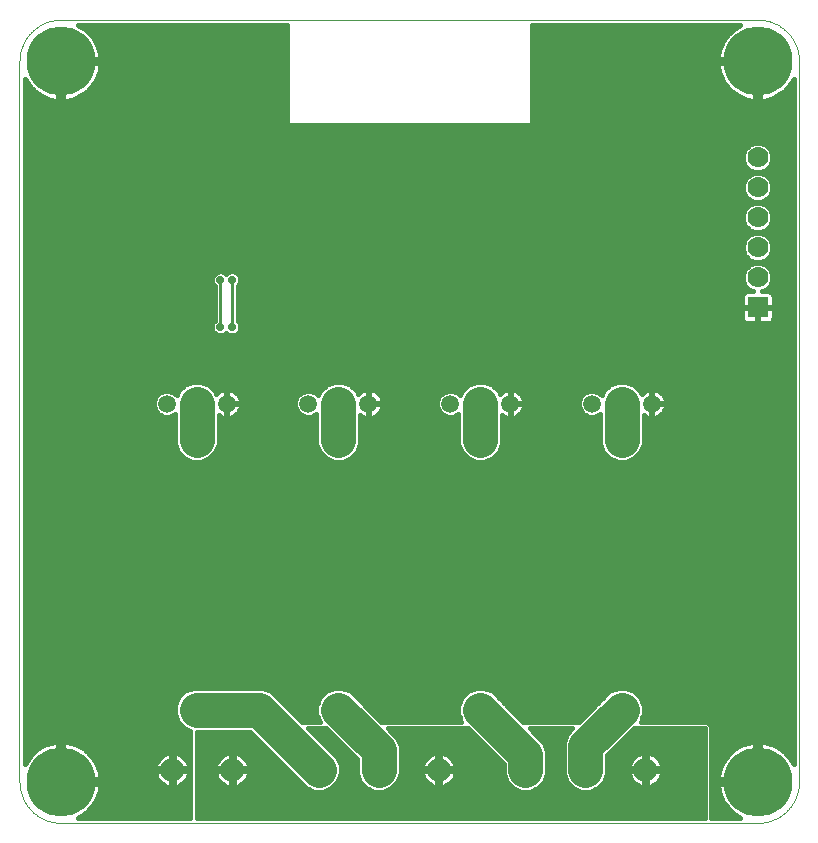
<source format=gbl>
G75*
%MOIN*%
%OFA0B0*%
%FSLAX25Y25*%
%IPPOS*%
%LPD*%
%AMOC8*
5,1,8,0,0,1.08239X$1,22.5*
%
%ADD10C,0.00000*%
%ADD11C,0.10000*%
%ADD12C,0.23000*%
%ADD13C,0.07874*%
%ADD14C,0.05906*%
%ADD15R,0.07000X0.07000*%
%ADD16C,0.07000*%
%ADD17C,0.02775*%
%ADD18C,0.01600*%
%ADD19C,0.01000*%
%ADD20C,0.11811*%
D10*
X0024622Y0016411D02*
X0256906Y0016411D01*
X0256906Y0016410D02*
X0257239Y0016414D01*
X0257572Y0016426D01*
X0257904Y0016446D01*
X0258236Y0016474D01*
X0258567Y0016510D01*
X0258897Y0016555D01*
X0259226Y0016607D01*
X0259554Y0016667D01*
X0259880Y0016735D01*
X0260204Y0016810D01*
X0260526Y0016894D01*
X0260846Y0016985D01*
X0261164Y0017084D01*
X0261480Y0017191D01*
X0261792Y0017305D01*
X0262102Y0017427D01*
X0262409Y0017557D01*
X0262713Y0017693D01*
X0263013Y0017837D01*
X0263310Y0017988D01*
X0263603Y0018147D01*
X0263892Y0018312D01*
X0264177Y0018484D01*
X0264458Y0018663D01*
X0264734Y0018849D01*
X0265006Y0019042D01*
X0265273Y0019241D01*
X0265535Y0019446D01*
X0265792Y0019658D01*
X0266044Y0019876D01*
X0266290Y0020099D01*
X0266531Y0020329D01*
X0266767Y0020565D01*
X0266997Y0020806D01*
X0267220Y0021052D01*
X0267438Y0021304D01*
X0267650Y0021561D01*
X0267855Y0021823D01*
X0268054Y0022090D01*
X0268247Y0022362D01*
X0268433Y0022638D01*
X0268612Y0022919D01*
X0268784Y0023204D01*
X0268949Y0023493D01*
X0269108Y0023786D01*
X0269259Y0024083D01*
X0269403Y0024383D01*
X0269539Y0024687D01*
X0269669Y0024994D01*
X0269791Y0025304D01*
X0269905Y0025616D01*
X0270012Y0025932D01*
X0270111Y0026250D01*
X0270202Y0026570D01*
X0270286Y0026892D01*
X0270361Y0027216D01*
X0270429Y0027542D01*
X0270489Y0027870D01*
X0270541Y0028199D01*
X0270586Y0028529D01*
X0270622Y0028860D01*
X0270650Y0029192D01*
X0270670Y0029524D01*
X0270682Y0029857D01*
X0270686Y0030190D01*
X0270685Y0030190D02*
X0270685Y0270348D01*
X0270686Y0270348D02*
X0270682Y0270681D01*
X0270670Y0271014D01*
X0270650Y0271346D01*
X0270622Y0271678D01*
X0270586Y0272009D01*
X0270541Y0272339D01*
X0270489Y0272668D01*
X0270429Y0272996D01*
X0270361Y0273322D01*
X0270286Y0273646D01*
X0270202Y0273968D01*
X0270111Y0274288D01*
X0270012Y0274606D01*
X0269905Y0274922D01*
X0269791Y0275234D01*
X0269669Y0275544D01*
X0269539Y0275851D01*
X0269403Y0276155D01*
X0269259Y0276455D01*
X0269108Y0276752D01*
X0268949Y0277045D01*
X0268784Y0277334D01*
X0268612Y0277619D01*
X0268433Y0277900D01*
X0268247Y0278176D01*
X0268054Y0278448D01*
X0267855Y0278715D01*
X0267650Y0278977D01*
X0267438Y0279234D01*
X0267220Y0279486D01*
X0266997Y0279732D01*
X0266767Y0279973D01*
X0266531Y0280209D01*
X0266290Y0280439D01*
X0266044Y0280662D01*
X0265792Y0280880D01*
X0265535Y0281092D01*
X0265273Y0281297D01*
X0265006Y0281496D01*
X0264734Y0281689D01*
X0264458Y0281875D01*
X0264177Y0282054D01*
X0263892Y0282226D01*
X0263603Y0282391D01*
X0263310Y0282550D01*
X0263013Y0282701D01*
X0262713Y0282845D01*
X0262409Y0282981D01*
X0262102Y0283111D01*
X0261792Y0283233D01*
X0261480Y0283347D01*
X0261164Y0283454D01*
X0260846Y0283553D01*
X0260526Y0283644D01*
X0260204Y0283728D01*
X0259880Y0283803D01*
X0259554Y0283871D01*
X0259226Y0283931D01*
X0258897Y0283983D01*
X0258567Y0284028D01*
X0258236Y0284064D01*
X0257904Y0284092D01*
X0257572Y0284112D01*
X0257239Y0284124D01*
X0256906Y0284128D01*
X0256906Y0284127D02*
X0024622Y0284127D01*
X0024622Y0284128D02*
X0024289Y0284124D01*
X0023956Y0284112D01*
X0023624Y0284092D01*
X0023292Y0284064D01*
X0022961Y0284028D01*
X0022631Y0283983D01*
X0022302Y0283931D01*
X0021974Y0283871D01*
X0021648Y0283803D01*
X0021324Y0283728D01*
X0021002Y0283644D01*
X0020682Y0283553D01*
X0020364Y0283454D01*
X0020048Y0283347D01*
X0019736Y0283233D01*
X0019426Y0283111D01*
X0019119Y0282981D01*
X0018815Y0282845D01*
X0018515Y0282701D01*
X0018218Y0282550D01*
X0017925Y0282391D01*
X0017636Y0282226D01*
X0017351Y0282054D01*
X0017070Y0281875D01*
X0016794Y0281689D01*
X0016522Y0281496D01*
X0016255Y0281297D01*
X0015993Y0281092D01*
X0015736Y0280880D01*
X0015484Y0280662D01*
X0015238Y0280439D01*
X0014997Y0280209D01*
X0014761Y0279973D01*
X0014531Y0279732D01*
X0014308Y0279486D01*
X0014090Y0279234D01*
X0013878Y0278977D01*
X0013673Y0278715D01*
X0013474Y0278448D01*
X0013281Y0278176D01*
X0013095Y0277900D01*
X0012916Y0277619D01*
X0012744Y0277334D01*
X0012579Y0277045D01*
X0012420Y0276752D01*
X0012269Y0276455D01*
X0012125Y0276155D01*
X0011989Y0275851D01*
X0011859Y0275544D01*
X0011737Y0275234D01*
X0011623Y0274922D01*
X0011516Y0274606D01*
X0011417Y0274288D01*
X0011326Y0273968D01*
X0011242Y0273646D01*
X0011167Y0273322D01*
X0011099Y0272996D01*
X0011039Y0272668D01*
X0010987Y0272339D01*
X0010942Y0272009D01*
X0010906Y0271678D01*
X0010878Y0271346D01*
X0010858Y0271014D01*
X0010846Y0270681D01*
X0010842Y0270348D01*
X0010843Y0270348D02*
X0010843Y0030190D01*
X0010842Y0030190D02*
X0010846Y0029857D01*
X0010858Y0029524D01*
X0010878Y0029192D01*
X0010906Y0028860D01*
X0010942Y0028529D01*
X0010987Y0028199D01*
X0011039Y0027870D01*
X0011099Y0027542D01*
X0011167Y0027216D01*
X0011242Y0026892D01*
X0011326Y0026570D01*
X0011417Y0026250D01*
X0011516Y0025932D01*
X0011623Y0025616D01*
X0011737Y0025304D01*
X0011859Y0024994D01*
X0011989Y0024687D01*
X0012125Y0024383D01*
X0012269Y0024083D01*
X0012420Y0023786D01*
X0012579Y0023493D01*
X0012744Y0023204D01*
X0012916Y0022919D01*
X0013095Y0022638D01*
X0013281Y0022362D01*
X0013474Y0022090D01*
X0013673Y0021823D01*
X0013878Y0021561D01*
X0014090Y0021304D01*
X0014308Y0021052D01*
X0014531Y0020806D01*
X0014761Y0020565D01*
X0014997Y0020329D01*
X0015238Y0020099D01*
X0015484Y0019876D01*
X0015736Y0019658D01*
X0015993Y0019446D01*
X0016255Y0019241D01*
X0016522Y0019042D01*
X0016794Y0018849D01*
X0017070Y0018663D01*
X0017351Y0018484D01*
X0017636Y0018312D01*
X0017925Y0018147D01*
X0018218Y0017988D01*
X0018515Y0017837D01*
X0018815Y0017693D01*
X0019119Y0017557D01*
X0019426Y0017427D01*
X0019736Y0017305D01*
X0020048Y0017191D01*
X0020364Y0017084D01*
X0020682Y0016985D01*
X0021002Y0016894D01*
X0021324Y0016810D01*
X0021648Y0016735D01*
X0021974Y0016667D01*
X0022302Y0016607D01*
X0022631Y0016555D01*
X0022961Y0016510D01*
X0023292Y0016474D01*
X0023624Y0016446D01*
X0023956Y0016426D01*
X0024289Y0016414D01*
X0024622Y0016410D01*
D11*
X0069898Y0054088D03*
X0117142Y0054088D03*
X0164386Y0054088D03*
X0211630Y0054088D03*
X0211630Y0144088D03*
X0164386Y0144088D03*
X0117142Y0144088D03*
X0069898Y0144088D03*
D12*
X0024622Y0030190D03*
X0024622Y0270348D03*
X0256906Y0270348D03*
X0256906Y0030190D03*
D13*
X0219504Y0034127D03*
X0199504Y0034127D03*
X0179504Y0034127D03*
X0150606Y0034127D03*
X0130606Y0034127D03*
X0110606Y0034127D03*
X0081709Y0034127D03*
X0061709Y0034127D03*
D14*
X0059898Y0156174D03*
X0069898Y0156174D03*
X0079898Y0156174D03*
X0107142Y0156174D03*
X0117142Y0156174D03*
X0127142Y0156174D03*
X0154386Y0156174D03*
X0164386Y0156174D03*
X0174386Y0156174D03*
X0201630Y0156174D03*
X0211630Y0156174D03*
X0221630Y0156174D03*
D15*
X0256906Y0188261D03*
D16*
X0256906Y0198261D03*
X0256906Y0208261D03*
X0256906Y0218261D03*
X0256906Y0228261D03*
X0256906Y0238261D03*
D17*
X0209661Y0268379D03*
X0195882Y0232946D03*
X0195882Y0217198D03*
X0195882Y0193576D03*
X0178165Y0193576D03*
X0172260Y0189639D03*
X0166354Y0193576D03*
X0089583Y0179796D03*
X0081709Y0181765D03*
X0077772Y0181765D03*
X0077772Y0197513D03*
X0081709Y0197513D03*
X0085646Y0197513D03*
X0085646Y0221135D03*
X0071866Y0252631D03*
X0052181Y0203418D03*
X0046276Y0199481D03*
X0026591Y0124678D03*
X0034465Y0079403D03*
D18*
X0012643Y0078752D02*
X0268885Y0078752D01*
X0268885Y0077154D02*
X0012643Y0077154D01*
X0012643Y0075555D02*
X0268885Y0075555D01*
X0268885Y0073957D02*
X0012643Y0073957D01*
X0012643Y0072358D02*
X0268885Y0072358D01*
X0268885Y0070760D02*
X0012643Y0070760D01*
X0012643Y0069161D02*
X0268885Y0069161D01*
X0268885Y0067563D02*
X0012643Y0067563D01*
X0012643Y0065964D02*
X0268885Y0065964D01*
X0268885Y0064366D02*
X0012643Y0064366D01*
X0012643Y0062767D02*
X0268885Y0062767D01*
X0268885Y0061169D02*
X0213625Y0061169D01*
X0213083Y0061393D02*
X0210177Y0061393D01*
X0207492Y0060281D01*
X0197317Y0050107D01*
X0178698Y0050107D01*
X0168524Y0060281D01*
X0165839Y0061393D01*
X0162933Y0061393D01*
X0160248Y0060281D01*
X0158193Y0058226D01*
X0157080Y0055541D01*
X0157080Y0052635D01*
X0158127Y0050107D01*
X0131454Y0050107D01*
X0121280Y0060281D01*
X0118595Y0061393D01*
X0115689Y0061393D01*
X0113003Y0060281D01*
X0110948Y0058226D01*
X0109836Y0055541D01*
X0109836Y0052635D01*
X0110883Y0050107D01*
X0104958Y0050107D01*
X0094784Y0060281D01*
X0092099Y0061393D01*
X0068444Y0061393D01*
X0065759Y0060281D01*
X0063704Y0058226D01*
X0062592Y0055541D01*
X0062592Y0052635D01*
X0063704Y0049949D01*
X0065759Y0047894D01*
X0067698Y0047092D01*
X0067698Y0018211D01*
X0030424Y0018211D01*
X0031468Y0018769D01*
X0032554Y0019495D01*
X0033565Y0020324D01*
X0034489Y0021248D01*
X0035318Y0022258D01*
X0036044Y0023344D01*
X0036660Y0024497D01*
X0037160Y0025704D01*
X0037539Y0026955D01*
X0037794Y0028236D01*
X0037908Y0029390D01*
X0025422Y0029390D01*
X0025422Y0030990D01*
X0037908Y0030990D01*
X0037794Y0032144D01*
X0037539Y0033426D01*
X0037160Y0034676D01*
X0036660Y0035883D01*
X0036044Y0037036D01*
X0035318Y0038122D01*
X0034489Y0039133D01*
X0033565Y0040057D01*
X0032554Y0040886D01*
X0031468Y0041612D01*
X0030315Y0042228D01*
X0029108Y0042728D01*
X0027858Y0043107D01*
X0026576Y0043362D01*
X0025422Y0043476D01*
X0025422Y0030990D01*
X0023822Y0030990D01*
X0023822Y0043476D01*
X0022668Y0043362D01*
X0021387Y0043107D01*
X0020136Y0042728D01*
X0018929Y0042228D01*
X0017776Y0041612D01*
X0016690Y0040886D01*
X0015680Y0040057D01*
X0014756Y0039133D01*
X0013927Y0038122D01*
X0013200Y0037036D01*
X0012643Y0035992D01*
X0012643Y0264546D01*
X0013200Y0263502D01*
X0013927Y0262415D01*
X0014756Y0261405D01*
X0015680Y0260481D01*
X0016690Y0259652D01*
X0017776Y0258926D01*
X0018929Y0258310D01*
X0020136Y0257810D01*
X0021387Y0257431D01*
X0022668Y0257176D01*
X0023822Y0257062D01*
X0023822Y0269547D01*
X0025422Y0269547D01*
X0025422Y0257062D01*
X0026576Y0257176D01*
X0027858Y0257431D01*
X0029108Y0257810D01*
X0030315Y0258310D01*
X0031468Y0258926D01*
X0032554Y0259652D01*
X0033565Y0260481D01*
X0034489Y0261405D01*
X0035318Y0262415D01*
X0036044Y0263502D01*
X0036660Y0264654D01*
X0037160Y0265862D01*
X0037539Y0267112D01*
X0037794Y0268394D01*
X0037908Y0269548D01*
X0025422Y0269548D01*
X0025422Y0271148D01*
X0037908Y0271148D01*
X0037794Y0272301D01*
X0037539Y0273583D01*
X0037160Y0274834D01*
X0036660Y0276041D01*
X0036044Y0277193D01*
X0035318Y0278280D01*
X0034489Y0279290D01*
X0033565Y0280214D01*
X0032554Y0281043D01*
X0031468Y0281769D01*
X0030424Y0282327D01*
X0099964Y0282327D01*
X0099964Y0249583D01*
X0100432Y0249114D01*
X0181095Y0249114D01*
X0181564Y0249583D01*
X0181564Y0282327D01*
X0251104Y0282327D01*
X0250060Y0281769D01*
X0248973Y0281043D01*
X0247963Y0280214D01*
X0247039Y0279290D01*
X0246210Y0278280D01*
X0245484Y0277193D01*
X0244868Y0276041D01*
X0244368Y0274834D01*
X0243989Y0273583D01*
X0243734Y0272301D01*
X0243620Y0271148D01*
X0256105Y0271148D01*
X0256105Y0269548D01*
X0243620Y0269548D01*
X0243734Y0268394D01*
X0243989Y0267112D01*
X0244368Y0265862D01*
X0244868Y0264654D01*
X0245484Y0263502D01*
X0246210Y0262415D01*
X0247039Y0261405D01*
X0247963Y0260481D01*
X0248973Y0259652D01*
X0250060Y0258926D01*
X0251212Y0258310D01*
X0252419Y0257810D01*
X0253670Y0257431D01*
X0254952Y0257176D01*
X0256106Y0257062D01*
X0256106Y0269547D01*
X0257705Y0269547D01*
X0257705Y0257062D01*
X0258859Y0257176D01*
X0260141Y0257431D01*
X0261392Y0257810D01*
X0262599Y0258310D01*
X0263751Y0258926D01*
X0264838Y0259652D01*
X0265848Y0260481D01*
X0266772Y0261405D01*
X0267601Y0262415D01*
X0268327Y0263502D01*
X0268885Y0264546D01*
X0268885Y0035992D01*
X0268327Y0037036D01*
X0267601Y0038122D01*
X0266772Y0039133D01*
X0265848Y0040057D01*
X0264838Y0040886D01*
X0263751Y0041612D01*
X0262599Y0042228D01*
X0261392Y0042728D01*
X0260141Y0043107D01*
X0258859Y0043362D01*
X0257705Y0043476D01*
X0257705Y0030990D01*
X0256106Y0030990D01*
X0256106Y0043476D01*
X0254952Y0043362D01*
X0253670Y0043107D01*
X0252419Y0042728D01*
X0251212Y0042228D01*
X0250060Y0041612D01*
X0248973Y0040886D01*
X0247963Y0040057D01*
X0247039Y0039133D01*
X0246210Y0038122D01*
X0245484Y0037036D01*
X0244868Y0035883D01*
X0244368Y0034676D01*
X0243989Y0033426D01*
X0243734Y0032144D01*
X0243620Y0030990D01*
X0256105Y0030990D01*
X0256105Y0029390D01*
X0243620Y0029390D01*
X0243734Y0028236D01*
X0243989Y0026955D01*
X0244368Y0025704D01*
X0244868Y0024497D01*
X0245484Y0023344D01*
X0246210Y0022258D01*
X0247039Y0021248D01*
X0247963Y0020324D01*
X0248973Y0019495D01*
X0250060Y0018769D01*
X0251104Y0018211D01*
X0241389Y0018211D01*
X0241389Y0048818D01*
X0240100Y0050107D01*
X0217888Y0050107D01*
X0218935Y0052635D01*
X0218935Y0055541D01*
X0217823Y0058226D01*
X0215768Y0060281D01*
X0213083Y0061393D01*
X0209635Y0061169D02*
X0166381Y0061169D01*
X0169235Y0059570D02*
X0206781Y0059570D01*
X0205182Y0057972D02*
X0170833Y0057972D01*
X0172432Y0056373D02*
X0203584Y0056373D01*
X0201985Y0054775D02*
X0174030Y0054775D01*
X0175629Y0053176D02*
X0200387Y0053176D01*
X0198788Y0051578D02*
X0177227Y0051578D01*
X0180898Y0047907D02*
X0195117Y0047907D01*
X0193311Y0046100D01*
X0192198Y0043415D01*
X0192198Y0032674D01*
X0193311Y0029989D01*
X0195366Y0027934D01*
X0198051Y0026822D01*
X0200957Y0026822D01*
X0203642Y0027934D01*
X0205697Y0029989D01*
X0206809Y0032674D01*
X0206809Y0038936D01*
X0215780Y0047907D01*
X0239189Y0047907D01*
X0239189Y0018211D01*
X0069898Y0018211D01*
X0069898Y0046782D01*
X0087620Y0046782D01*
X0106468Y0027934D01*
X0109153Y0026822D01*
X0112059Y0026822D01*
X0114745Y0027934D01*
X0116800Y0029989D01*
X0117912Y0032674D01*
X0117912Y0035580D01*
X0116800Y0038265D01*
X0107158Y0047907D01*
X0112991Y0047907D01*
X0123301Y0037597D01*
X0123301Y0032674D01*
X0124413Y0029989D01*
X0126468Y0027934D01*
X0129153Y0026822D01*
X0132059Y0026822D01*
X0134745Y0027934D01*
X0136800Y0029989D01*
X0137912Y0032674D01*
X0137912Y0042076D01*
X0136800Y0044761D01*
X0134745Y0046816D01*
X0133654Y0047907D01*
X0160235Y0047907D01*
X0172198Y0035944D01*
X0172198Y0032674D01*
X0173311Y0029989D01*
X0175366Y0027934D01*
X0178051Y0026822D01*
X0180957Y0026822D01*
X0183642Y0027934D01*
X0185697Y0029989D01*
X0186809Y0032674D01*
X0186809Y0040423D01*
X0185697Y0043108D01*
X0183642Y0045163D01*
X0180898Y0047907D01*
X0182023Y0046782D02*
X0193993Y0046782D01*
X0192931Y0045184D02*
X0183621Y0045184D01*
X0185220Y0043585D02*
X0192269Y0043585D01*
X0192198Y0041987D02*
X0186162Y0041987D01*
X0186809Y0040388D02*
X0192198Y0040388D01*
X0192198Y0038790D02*
X0186809Y0038790D01*
X0186809Y0037191D02*
X0192198Y0037191D01*
X0192198Y0035593D02*
X0186809Y0035593D01*
X0186809Y0033994D02*
X0192198Y0033994D01*
X0192314Y0032396D02*
X0186694Y0032396D01*
X0186032Y0030797D02*
X0192976Y0030797D01*
X0194101Y0029199D02*
X0184907Y0029199D01*
X0182837Y0027600D02*
X0196171Y0027600D01*
X0202837Y0027600D02*
X0239189Y0027600D01*
X0239189Y0026002D02*
X0069898Y0026002D01*
X0069898Y0027600D02*
X0107274Y0027600D01*
X0105203Y0029199D02*
X0084673Y0029199D01*
X0084716Y0029220D02*
X0085446Y0029751D01*
X0086085Y0030390D01*
X0086615Y0031120D01*
X0087025Y0031925D01*
X0087304Y0032784D01*
X0087441Y0033648D01*
X0082188Y0033648D01*
X0082188Y0034607D01*
X0081229Y0034607D01*
X0081229Y0039860D01*
X0080365Y0039723D01*
X0079506Y0039444D01*
X0078702Y0039034D01*
X0077971Y0038503D01*
X0077333Y0037864D01*
X0076802Y0037134D01*
X0076392Y0036329D01*
X0076113Y0035470D01*
X0075976Y0034607D01*
X0081229Y0034607D01*
X0081229Y0033648D01*
X0075976Y0033648D01*
X0076113Y0032784D01*
X0076392Y0031925D01*
X0076802Y0031120D01*
X0077333Y0030390D01*
X0077971Y0029751D01*
X0078702Y0029220D01*
X0079506Y0028810D01*
X0080365Y0028531D01*
X0081229Y0028395D01*
X0081229Y0033647D01*
X0082188Y0033647D01*
X0082188Y0028395D01*
X0083052Y0028531D01*
X0083911Y0028810D01*
X0084716Y0029220D01*
X0086381Y0030797D02*
X0103605Y0030797D01*
X0102006Y0032396D02*
X0087178Y0032396D01*
X0087441Y0034607D02*
X0082188Y0034607D01*
X0082188Y0039860D01*
X0083052Y0039723D01*
X0083911Y0039444D01*
X0084716Y0039034D01*
X0085446Y0038503D01*
X0086085Y0037864D01*
X0086615Y0037134D01*
X0087025Y0036329D01*
X0087304Y0035470D01*
X0087441Y0034607D01*
X0087265Y0035593D02*
X0098809Y0035593D01*
X0097211Y0037191D02*
X0086574Y0037191D01*
X0085051Y0038790D02*
X0095612Y0038790D01*
X0094014Y0040388D02*
X0069898Y0040388D01*
X0069898Y0038790D02*
X0078366Y0038790D01*
X0076844Y0037191D02*
X0069898Y0037191D01*
X0069898Y0035593D02*
X0076153Y0035593D01*
X0081229Y0035593D02*
X0082188Y0035593D01*
X0082188Y0037191D02*
X0081229Y0037191D01*
X0081229Y0038790D02*
X0082188Y0038790D01*
X0082188Y0033994D02*
X0100408Y0033994D01*
X0092415Y0041987D02*
X0069898Y0041987D01*
X0069898Y0043585D02*
X0090817Y0043585D01*
X0089218Y0045184D02*
X0069898Y0045184D01*
X0067698Y0045184D02*
X0012643Y0045184D01*
X0012643Y0046782D02*
X0067698Y0046782D01*
X0065273Y0048381D02*
X0012643Y0048381D01*
X0012643Y0049979D02*
X0063692Y0049979D01*
X0063030Y0051578D02*
X0012643Y0051578D01*
X0012643Y0053176D02*
X0062592Y0053176D01*
X0062592Y0054775D02*
X0012643Y0054775D01*
X0012643Y0056373D02*
X0062937Y0056373D01*
X0063599Y0057972D02*
X0012643Y0057972D01*
X0012643Y0059570D02*
X0065049Y0059570D01*
X0067903Y0061169D02*
X0012643Y0061169D01*
X0012643Y0043585D02*
X0067698Y0043585D01*
X0067698Y0041987D02*
X0030766Y0041987D01*
X0033160Y0040388D02*
X0067698Y0040388D01*
X0067698Y0038790D02*
X0065051Y0038790D01*
X0064716Y0039034D02*
X0065446Y0038503D01*
X0066085Y0037864D01*
X0066615Y0037134D01*
X0067025Y0036329D01*
X0067304Y0035470D01*
X0067441Y0034607D01*
X0062188Y0034607D01*
X0061229Y0034607D01*
X0061229Y0039860D01*
X0060365Y0039723D01*
X0059506Y0039444D01*
X0058702Y0039034D01*
X0057971Y0038503D01*
X0057333Y0037864D01*
X0056802Y0037134D01*
X0056392Y0036329D01*
X0056113Y0035470D01*
X0055976Y0034607D01*
X0061229Y0034607D01*
X0061229Y0033648D01*
X0055976Y0033648D01*
X0056113Y0032784D01*
X0056392Y0031925D01*
X0056802Y0031120D01*
X0057333Y0030390D01*
X0057971Y0029751D01*
X0058702Y0029220D01*
X0059506Y0028810D01*
X0060365Y0028531D01*
X0061229Y0028395D01*
X0061229Y0033647D01*
X0062188Y0033647D01*
X0062188Y0028395D01*
X0063052Y0028531D01*
X0063911Y0028810D01*
X0064716Y0029220D01*
X0065446Y0029751D01*
X0066085Y0030390D01*
X0066615Y0031120D01*
X0067025Y0031925D01*
X0067304Y0032784D01*
X0067441Y0033648D01*
X0062188Y0033648D01*
X0062188Y0034607D01*
X0062188Y0039860D01*
X0063052Y0039723D01*
X0063911Y0039444D01*
X0064716Y0039034D01*
X0062188Y0038790D02*
X0061229Y0038790D01*
X0061229Y0037191D02*
X0062188Y0037191D01*
X0062188Y0035593D02*
X0061229Y0035593D01*
X0061229Y0033994D02*
X0037367Y0033994D01*
X0037744Y0032396D02*
X0056239Y0032396D01*
X0057037Y0030797D02*
X0025422Y0030797D01*
X0025422Y0032396D02*
X0023822Y0032396D01*
X0023822Y0033994D02*
X0025422Y0033994D01*
X0025422Y0035593D02*
X0023822Y0035593D01*
X0023822Y0037191D02*
X0025422Y0037191D01*
X0025422Y0038790D02*
X0023822Y0038790D01*
X0023822Y0040388D02*
X0025422Y0040388D01*
X0025422Y0041987D02*
X0023822Y0041987D01*
X0018478Y0041987D02*
X0012643Y0041987D01*
X0012643Y0040388D02*
X0016084Y0040388D01*
X0014474Y0038790D02*
X0012643Y0038790D01*
X0012643Y0037191D02*
X0013304Y0037191D01*
X0032692Y0019608D02*
X0067698Y0019608D01*
X0067698Y0021206D02*
X0034447Y0021206D01*
X0035683Y0022805D02*
X0067698Y0022805D01*
X0067698Y0024403D02*
X0036610Y0024403D01*
X0037250Y0026002D02*
X0067698Y0026002D01*
X0067698Y0027600D02*
X0037667Y0027600D01*
X0037889Y0029199D02*
X0058744Y0029199D01*
X0061229Y0029199D02*
X0062188Y0029199D01*
X0062188Y0030797D02*
X0061229Y0030797D01*
X0061229Y0032396D02*
X0062188Y0032396D01*
X0062188Y0033994D02*
X0067698Y0033994D01*
X0067698Y0032396D02*
X0067178Y0032396D01*
X0067698Y0030797D02*
X0066381Y0030797D01*
X0067698Y0029199D02*
X0064673Y0029199D01*
X0069898Y0029199D02*
X0078744Y0029199D01*
X0077037Y0030797D02*
X0069898Y0030797D01*
X0069898Y0032396D02*
X0076239Y0032396D01*
X0081229Y0032396D02*
X0082188Y0032396D01*
X0082188Y0030797D02*
X0081229Y0030797D01*
X0081229Y0029199D02*
X0082188Y0029199D01*
X0081229Y0033994D02*
X0069898Y0033994D01*
X0067698Y0035593D02*
X0067265Y0035593D01*
X0067698Y0037191D02*
X0066574Y0037191D01*
X0058366Y0038790D02*
X0034770Y0038790D01*
X0035940Y0037191D02*
X0056844Y0037191D01*
X0056153Y0035593D02*
X0036780Y0035593D01*
X0069898Y0024403D02*
X0239189Y0024403D01*
X0239189Y0022805D02*
X0069898Y0022805D01*
X0069898Y0021206D02*
X0239189Y0021206D01*
X0239189Y0019608D02*
X0069898Y0019608D01*
X0101889Y0053176D02*
X0109836Y0053176D01*
X0109836Y0054775D02*
X0100290Y0054775D01*
X0098692Y0056373D02*
X0110181Y0056373D01*
X0110843Y0057972D02*
X0097093Y0057972D01*
X0095495Y0059570D02*
X0112293Y0059570D01*
X0115147Y0061169D02*
X0092640Y0061169D01*
X0103487Y0051578D02*
X0110274Y0051578D01*
X0108283Y0046782D02*
X0114116Y0046782D01*
X0115714Y0045184D02*
X0109881Y0045184D01*
X0111480Y0043585D02*
X0117313Y0043585D01*
X0118911Y0041987D02*
X0113078Y0041987D01*
X0114677Y0040388D02*
X0120510Y0040388D01*
X0122108Y0038790D02*
X0116275Y0038790D01*
X0117245Y0037191D02*
X0123301Y0037191D01*
X0123301Y0035593D02*
X0117907Y0035593D01*
X0117912Y0033994D02*
X0123301Y0033994D01*
X0123416Y0032396D02*
X0117797Y0032396D01*
X0117134Y0030797D02*
X0124078Y0030797D01*
X0125203Y0029199D02*
X0116009Y0029199D01*
X0113939Y0027600D02*
X0127274Y0027600D01*
X0133939Y0027600D02*
X0176171Y0027600D01*
X0174101Y0029199D02*
X0153571Y0029199D01*
X0153613Y0029220D02*
X0154344Y0029751D01*
X0154982Y0030390D01*
X0155513Y0031120D01*
X0155923Y0031925D01*
X0156202Y0032784D01*
X0156339Y0033648D01*
X0151086Y0033648D01*
X0151086Y0034607D01*
X0150127Y0034607D01*
X0150127Y0039860D01*
X0149263Y0039723D01*
X0148404Y0039444D01*
X0147599Y0039034D01*
X0146869Y0038503D01*
X0146230Y0037864D01*
X0145700Y0037134D01*
X0145290Y0036329D01*
X0145011Y0035470D01*
X0144874Y0034607D01*
X0150127Y0034607D01*
X0150127Y0033648D01*
X0144874Y0033648D01*
X0145011Y0032784D01*
X0145290Y0031925D01*
X0145700Y0031120D01*
X0146230Y0030390D01*
X0146869Y0029751D01*
X0147599Y0029220D01*
X0148404Y0028810D01*
X0149263Y0028531D01*
X0150127Y0028395D01*
X0150127Y0033647D01*
X0151086Y0033647D01*
X0151086Y0028395D01*
X0151950Y0028531D01*
X0152809Y0028810D01*
X0153613Y0029220D01*
X0155278Y0030797D02*
X0172976Y0030797D01*
X0172314Y0032396D02*
X0156076Y0032396D01*
X0156339Y0034607D02*
X0156202Y0035470D01*
X0155923Y0036329D01*
X0155513Y0037134D01*
X0154982Y0037864D01*
X0154344Y0038503D01*
X0153613Y0039034D01*
X0152809Y0039444D01*
X0151950Y0039723D01*
X0151086Y0039860D01*
X0151086Y0034607D01*
X0156339Y0034607D01*
X0156162Y0035593D02*
X0172198Y0035593D01*
X0172198Y0033994D02*
X0151086Y0033994D01*
X0150127Y0033994D02*
X0137912Y0033994D01*
X0137912Y0035593D02*
X0145050Y0035593D01*
X0145741Y0037191D02*
X0137912Y0037191D01*
X0137912Y0038790D02*
X0147263Y0038790D01*
X0150127Y0038790D02*
X0151086Y0038790D01*
X0151086Y0037191D02*
X0150127Y0037191D01*
X0150127Y0035593D02*
X0151086Y0035593D01*
X0153949Y0038790D02*
X0169352Y0038790D01*
X0167754Y0040388D02*
X0137912Y0040388D01*
X0137912Y0041987D02*
X0166155Y0041987D01*
X0164557Y0043585D02*
X0137287Y0043585D01*
X0136377Y0045184D02*
X0162958Y0045184D01*
X0161360Y0046782D02*
X0134779Y0046782D01*
X0129983Y0051578D02*
X0157518Y0051578D01*
X0157080Y0053176D02*
X0128385Y0053176D01*
X0126786Y0054775D02*
X0157080Y0054775D01*
X0157425Y0056373D02*
X0125188Y0056373D01*
X0123589Y0057972D02*
X0158087Y0057972D01*
X0159537Y0059570D02*
X0121991Y0059570D01*
X0119137Y0061169D02*
X0162391Y0061169D01*
X0155471Y0037191D02*
X0170951Y0037191D01*
X0151086Y0032396D02*
X0150127Y0032396D01*
X0150127Y0030797D02*
X0151086Y0030797D01*
X0151086Y0029199D02*
X0150127Y0029199D01*
X0147642Y0029199D02*
X0136009Y0029199D01*
X0137134Y0030797D02*
X0145934Y0030797D01*
X0145137Y0032396D02*
X0137797Y0032396D01*
X0204907Y0029199D02*
X0216540Y0029199D01*
X0216497Y0029220D02*
X0217302Y0028810D01*
X0218161Y0028531D01*
X0219024Y0028395D01*
X0219024Y0033647D01*
X0219983Y0033647D01*
X0219983Y0028395D01*
X0220847Y0028531D01*
X0221706Y0028810D01*
X0222511Y0029220D01*
X0223241Y0029751D01*
X0223880Y0030390D01*
X0224411Y0031120D01*
X0224821Y0031925D01*
X0225100Y0032784D01*
X0225236Y0033648D01*
X0219984Y0033648D01*
X0219984Y0034607D01*
X0225236Y0034607D01*
X0225100Y0035470D01*
X0224821Y0036329D01*
X0224411Y0037134D01*
X0223880Y0037864D01*
X0223241Y0038503D01*
X0222511Y0039034D01*
X0221706Y0039444D01*
X0220847Y0039723D01*
X0219983Y0039860D01*
X0219983Y0034607D01*
X0219024Y0034607D01*
X0219024Y0039860D01*
X0218161Y0039723D01*
X0217302Y0039444D01*
X0216497Y0039034D01*
X0215767Y0038503D01*
X0215128Y0037864D01*
X0214597Y0037134D01*
X0214187Y0036329D01*
X0213908Y0035470D01*
X0213771Y0034607D01*
X0219024Y0034607D01*
X0219024Y0033648D01*
X0213771Y0033648D01*
X0213908Y0032784D01*
X0214187Y0031925D01*
X0214597Y0031120D01*
X0215128Y0030390D01*
X0215767Y0029751D01*
X0216497Y0029220D01*
X0214832Y0030797D02*
X0206032Y0030797D01*
X0206694Y0032396D02*
X0214034Y0032396D01*
X0219024Y0032396D02*
X0219983Y0032396D01*
X0219984Y0033994D02*
X0239189Y0033994D01*
X0239189Y0032396D02*
X0224974Y0032396D01*
X0224176Y0030797D02*
X0239189Y0030797D01*
X0239189Y0029199D02*
X0222468Y0029199D01*
X0219983Y0029199D02*
X0219024Y0029199D01*
X0219024Y0030797D02*
X0219983Y0030797D01*
X0219024Y0033994D02*
X0206809Y0033994D01*
X0206809Y0035593D02*
X0213948Y0035593D01*
X0214639Y0037191D02*
X0206809Y0037191D01*
X0206809Y0038790D02*
X0216161Y0038790D01*
X0219024Y0038790D02*
X0219983Y0038790D01*
X0219983Y0037191D02*
X0219024Y0037191D01*
X0219024Y0035593D02*
X0219983Y0035593D01*
X0222847Y0038790D02*
X0239189Y0038790D01*
X0239189Y0040388D02*
X0208262Y0040388D01*
X0209860Y0041987D02*
X0239189Y0041987D01*
X0239189Y0043585D02*
X0211459Y0043585D01*
X0213058Y0045184D02*
X0239189Y0045184D01*
X0239189Y0046782D02*
X0214656Y0046782D01*
X0218498Y0051578D02*
X0268885Y0051578D01*
X0268885Y0053176D02*
X0218935Y0053176D01*
X0218935Y0054775D02*
X0268885Y0054775D01*
X0268885Y0056373D02*
X0218591Y0056373D01*
X0217928Y0057972D02*
X0268885Y0057972D01*
X0268885Y0059570D02*
X0216479Y0059570D01*
X0224369Y0037191D02*
X0239189Y0037191D01*
X0239189Y0035593D02*
X0225060Y0035593D01*
X0241389Y0035593D02*
X0244748Y0035593D01*
X0244161Y0033994D02*
X0241389Y0033994D01*
X0241389Y0032396D02*
X0243784Y0032396D01*
X0241389Y0030797D02*
X0256105Y0030797D01*
X0256106Y0032396D02*
X0257705Y0032396D01*
X0257705Y0033994D02*
X0256106Y0033994D01*
X0256106Y0035593D02*
X0257705Y0035593D01*
X0257705Y0037191D02*
X0256106Y0037191D01*
X0256106Y0038790D02*
X0257705Y0038790D01*
X0257705Y0040388D02*
X0256106Y0040388D01*
X0256106Y0041987D02*
X0257705Y0041987D01*
X0263050Y0041987D02*
X0268885Y0041987D01*
X0268885Y0043585D02*
X0241389Y0043585D01*
X0241389Y0041987D02*
X0250761Y0041987D01*
X0248367Y0040388D02*
X0241389Y0040388D01*
X0241389Y0038790D02*
X0246758Y0038790D01*
X0245588Y0037191D02*
X0241389Y0037191D01*
X0241389Y0029199D02*
X0243639Y0029199D01*
X0243860Y0027600D02*
X0241389Y0027600D01*
X0241389Y0026002D02*
X0244278Y0026002D01*
X0244918Y0024403D02*
X0241389Y0024403D01*
X0241389Y0022805D02*
X0245845Y0022805D01*
X0247080Y0021206D02*
X0241389Y0021206D01*
X0241389Y0019608D02*
X0248835Y0019608D01*
X0268223Y0037191D02*
X0268885Y0037191D01*
X0268885Y0038790D02*
X0267053Y0038790D01*
X0265444Y0040388D02*
X0268885Y0040388D01*
X0268885Y0045184D02*
X0241389Y0045184D01*
X0241389Y0046782D02*
X0268885Y0046782D01*
X0268885Y0048381D02*
X0241389Y0048381D01*
X0240228Y0049979D02*
X0268885Y0049979D01*
X0268885Y0080351D02*
X0012643Y0080351D01*
X0012643Y0081950D02*
X0268885Y0081950D01*
X0268885Y0083548D02*
X0012643Y0083548D01*
X0012643Y0085147D02*
X0268885Y0085147D01*
X0268885Y0086745D02*
X0012643Y0086745D01*
X0012643Y0088344D02*
X0268885Y0088344D01*
X0268885Y0089942D02*
X0012643Y0089942D01*
X0012643Y0091541D02*
X0268885Y0091541D01*
X0268885Y0093139D02*
X0012643Y0093139D01*
X0012643Y0094738D02*
X0268885Y0094738D01*
X0268885Y0096336D02*
X0012643Y0096336D01*
X0012643Y0097935D02*
X0268885Y0097935D01*
X0268885Y0099533D02*
X0012643Y0099533D01*
X0012643Y0101132D02*
X0268885Y0101132D01*
X0268885Y0102730D02*
X0012643Y0102730D01*
X0012643Y0104329D02*
X0268885Y0104329D01*
X0268885Y0105927D02*
X0012643Y0105927D01*
X0012643Y0107526D02*
X0268885Y0107526D01*
X0268885Y0109124D02*
X0012643Y0109124D01*
X0012643Y0110723D02*
X0268885Y0110723D01*
X0268885Y0112321D02*
X0012643Y0112321D01*
X0012643Y0113920D02*
X0268885Y0113920D01*
X0268885Y0115518D02*
X0012643Y0115518D01*
X0012643Y0117117D02*
X0268885Y0117117D01*
X0268885Y0118715D02*
X0012643Y0118715D01*
X0012643Y0120314D02*
X0268885Y0120314D01*
X0268885Y0121912D02*
X0012643Y0121912D01*
X0012643Y0123511D02*
X0268885Y0123511D01*
X0268885Y0125109D02*
X0012643Y0125109D01*
X0012643Y0126708D02*
X0268885Y0126708D01*
X0268885Y0128306D02*
X0012643Y0128306D01*
X0012643Y0129905D02*
X0268885Y0129905D01*
X0268885Y0131503D02*
X0012643Y0131503D01*
X0012643Y0133102D02*
X0268885Y0133102D01*
X0268885Y0134700D02*
X0012643Y0134700D01*
X0012643Y0136299D02*
X0268885Y0136299D01*
X0268885Y0137897D02*
X0215771Y0137897D01*
X0215768Y0137894D02*
X0217823Y0139949D01*
X0218935Y0142635D01*
X0218935Y0152257D01*
X0219139Y0152109D01*
X0219805Y0151770D01*
X0220517Y0151539D01*
X0221256Y0151422D01*
X0221446Y0151422D01*
X0221446Y0155990D01*
X0221814Y0155990D01*
X0221814Y0151422D01*
X0222004Y0151422D01*
X0222743Y0151539D01*
X0223454Y0151770D01*
X0224121Y0152109D01*
X0224726Y0152549D01*
X0225255Y0153078D01*
X0225695Y0153683D01*
X0226034Y0154350D01*
X0226266Y0155061D01*
X0226383Y0155800D01*
X0226383Y0155990D01*
X0221814Y0155990D01*
X0221814Y0156359D01*
X0221446Y0156359D01*
X0221446Y0160927D01*
X0221256Y0160927D01*
X0220517Y0160810D01*
X0219805Y0160579D01*
X0219139Y0160239D01*
X0218534Y0159800D01*
X0218182Y0159447D01*
X0217823Y0160313D01*
X0215768Y0162368D01*
X0213083Y0163480D01*
X0210177Y0163480D01*
X0207492Y0162368D01*
X0205437Y0160313D01*
X0204913Y0159047D01*
X0204096Y0159864D01*
X0202496Y0160527D01*
X0200764Y0160527D01*
X0199164Y0159864D01*
X0197940Y0158640D01*
X0197277Y0157040D01*
X0197277Y0155309D01*
X0197940Y0153709D01*
X0199164Y0152484D01*
X0200764Y0151822D01*
X0202496Y0151822D01*
X0204096Y0152484D01*
X0204324Y0152713D01*
X0204324Y0142635D01*
X0205437Y0139949D01*
X0207492Y0137894D01*
X0210177Y0136782D01*
X0213083Y0136782D01*
X0215768Y0137894D01*
X0217370Y0139496D02*
X0268885Y0139496D01*
X0268885Y0141094D02*
X0218297Y0141094D01*
X0218935Y0142693D02*
X0268885Y0142693D01*
X0268885Y0144291D02*
X0218935Y0144291D01*
X0218935Y0145890D02*
X0268885Y0145890D01*
X0268885Y0147488D02*
X0218935Y0147488D01*
X0218935Y0149087D02*
X0268885Y0149087D01*
X0268885Y0150685D02*
X0218935Y0150685D01*
X0221446Y0152284D02*
X0221814Y0152284D01*
X0221814Y0153883D02*
X0221446Y0153883D01*
X0221446Y0155481D02*
X0221814Y0155481D01*
X0221814Y0156359D02*
X0226383Y0156359D01*
X0226383Y0156548D01*
X0226266Y0157287D01*
X0226034Y0157999D01*
X0225695Y0158665D01*
X0225255Y0159271D01*
X0224726Y0159800D01*
X0224121Y0160239D01*
X0223454Y0160579D01*
X0222743Y0160810D01*
X0222004Y0160927D01*
X0221814Y0160927D01*
X0221814Y0156359D01*
X0221814Y0157080D02*
X0221446Y0157080D01*
X0221446Y0158678D02*
X0221814Y0158678D01*
X0221814Y0160277D02*
X0221446Y0160277D01*
X0219212Y0160277D02*
X0217838Y0160277D01*
X0216261Y0161875D02*
X0268885Y0161875D01*
X0268885Y0160277D02*
X0224048Y0160277D01*
X0225686Y0158678D02*
X0268885Y0158678D01*
X0268885Y0157080D02*
X0226299Y0157080D01*
X0226332Y0155481D02*
X0268885Y0155481D01*
X0268885Y0153883D02*
X0225796Y0153883D01*
X0224361Y0152284D02*
X0268885Y0152284D01*
X0268885Y0163474D02*
X0213098Y0163474D01*
X0210162Y0163474D02*
X0165854Y0163474D01*
X0165839Y0163480D02*
X0162933Y0163480D01*
X0160248Y0162368D01*
X0158193Y0160313D01*
X0157668Y0159047D01*
X0156851Y0159864D01*
X0155252Y0160527D01*
X0153520Y0160527D01*
X0151920Y0159864D01*
X0150696Y0158640D01*
X0150033Y0157040D01*
X0150033Y0155309D01*
X0150696Y0153709D01*
X0151920Y0152484D01*
X0153520Y0151822D01*
X0155252Y0151822D01*
X0156851Y0152484D01*
X0157080Y0152713D01*
X0157080Y0142635D01*
X0158193Y0139949D01*
X0160248Y0137894D01*
X0162933Y0136782D01*
X0165839Y0136782D01*
X0168524Y0137894D01*
X0170579Y0139949D01*
X0171691Y0142635D01*
X0171691Y0152257D01*
X0171895Y0152109D01*
X0172561Y0151770D01*
X0173273Y0151539D01*
X0174012Y0151422D01*
X0174202Y0151422D01*
X0174202Y0155990D01*
X0174570Y0155990D01*
X0174570Y0151422D01*
X0174760Y0151422D01*
X0175499Y0151539D01*
X0176210Y0151770D01*
X0176877Y0152109D01*
X0177482Y0152549D01*
X0178011Y0153078D01*
X0178451Y0153683D01*
X0178790Y0154350D01*
X0179022Y0155061D01*
X0179139Y0155800D01*
X0179139Y0155990D01*
X0174570Y0155990D01*
X0174570Y0156359D01*
X0174202Y0156359D01*
X0174202Y0160927D01*
X0174012Y0160927D01*
X0173273Y0160810D01*
X0172561Y0160579D01*
X0171895Y0160239D01*
X0171290Y0159800D01*
X0170937Y0159447D01*
X0170579Y0160313D01*
X0168524Y0162368D01*
X0165839Y0163480D01*
X0162918Y0163474D02*
X0118610Y0163474D01*
X0118595Y0163480D02*
X0115689Y0163480D01*
X0113003Y0162368D01*
X0110948Y0160313D01*
X0110424Y0159047D01*
X0109607Y0159864D01*
X0108008Y0160527D01*
X0106276Y0160527D01*
X0104676Y0159864D01*
X0103452Y0158640D01*
X0102789Y0157040D01*
X0102789Y0155309D01*
X0103452Y0153709D01*
X0104676Y0152484D01*
X0106276Y0151822D01*
X0108008Y0151822D01*
X0109607Y0152484D01*
X0109836Y0152713D01*
X0109836Y0142635D01*
X0110948Y0139949D01*
X0113003Y0137894D01*
X0115689Y0136782D01*
X0118595Y0136782D01*
X0121280Y0137894D01*
X0123335Y0139949D01*
X0124447Y0142635D01*
X0124447Y0152257D01*
X0124651Y0152109D01*
X0125317Y0151770D01*
X0126029Y0151539D01*
X0126768Y0151422D01*
X0126957Y0151422D01*
X0126957Y0155990D01*
X0127326Y0155990D01*
X0127326Y0151422D01*
X0127516Y0151422D01*
X0128255Y0151539D01*
X0128966Y0151770D01*
X0129633Y0152109D01*
X0130238Y0152549D01*
X0130767Y0153078D01*
X0131207Y0153683D01*
X0131546Y0154350D01*
X0131777Y0155061D01*
X0131894Y0155800D01*
X0131894Y0155990D01*
X0127326Y0155990D01*
X0127326Y0156359D01*
X0126957Y0156359D01*
X0126957Y0160927D01*
X0126768Y0160927D01*
X0126029Y0160810D01*
X0125317Y0160579D01*
X0124651Y0160239D01*
X0124046Y0159800D01*
X0123693Y0159447D01*
X0123335Y0160313D01*
X0121280Y0162368D01*
X0118595Y0163480D01*
X0115674Y0163474D02*
X0071366Y0163474D01*
X0071351Y0163480D02*
X0068444Y0163480D01*
X0065759Y0162368D01*
X0063704Y0160313D01*
X0063180Y0159047D01*
X0062363Y0159864D01*
X0060763Y0160527D01*
X0059032Y0160527D01*
X0057432Y0159864D01*
X0056208Y0158640D01*
X0055545Y0157040D01*
X0055545Y0155309D01*
X0056208Y0153709D01*
X0057432Y0152484D01*
X0059032Y0151822D01*
X0060763Y0151822D01*
X0062363Y0152484D01*
X0062592Y0152713D01*
X0062592Y0142635D01*
X0063704Y0139949D01*
X0065759Y0137894D01*
X0068444Y0136782D01*
X0071351Y0136782D01*
X0074036Y0137894D01*
X0076091Y0139949D01*
X0077203Y0142635D01*
X0077203Y0152257D01*
X0077407Y0152109D01*
X0078073Y0151770D01*
X0078785Y0151539D01*
X0079524Y0151422D01*
X0079713Y0151422D01*
X0079713Y0155990D01*
X0080082Y0155990D01*
X0080082Y0156359D01*
X0079713Y0156359D01*
X0079713Y0160927D01*
X0079524Y0160927D01*
X0078785Y0160810D01*
X0078073Y0160579D01*
X0077407Y0160239D01*
X0076801Y0159800D01*
X0076449Y0159447D01*
X0076091Y0160313D01*
X0074036Y0162368D01*
X0071351Y0163480D01*
X0068429Y0163474D02*
X0012643Y0163474D01*
X0012643Y0165072D02*
X0268885Y0165072D01*
X0268885Y0166671D02*
X0012643Y0166671D01*
X0012643Y0168269D02*
X0268885Y0168269D01*
X0268885Y0169868D02*
X0012643Y0169868D01*
X0012643Y0171466D02*
X0268885Y0171466D01*
X0268885Y0173065D02*
X0012643Y0173065D01*
X0012643Y0174663D02*
X0268885Y0174663D01*
X0268885Y0176262D02*
X0012643Y0176262D01*
X0012643Y0177860D02*
X0268885Y0177860D01*
X0268885Y0179459D02*
X0083344Y0179459D01*
X0083288Y0179402D02*
X0084072Y0180186D01*
X0084496Y0181210D01*
X0084496Y0182319D01*
X0084072Y0183344D01*
X0083609Y0183807D01*
X0083609Y0195471D01*
X0084072Y0195934D01*
X0084496Y0196958D01*
X0084496Y0198067D01*
X0084072Y0199092D01*
X0083288Y0199876D01*
X0082263Y0200300D01*
X0081154Y0200300D01*
X0080130Y0199876D01*
X0079740Y0199486D01*
X0079351Y0199876D01*
X0078326Y0200300D01*
X0077217Y0200300D01*
X0076193Y0199876D01*
X0075409Y0199092D01*
X0074984Y0198067D01*
X0074984Y0196958D01*
X0075409Y0195934D01*
X0075872Y0195471D01*
X0075872Y0183807D01*
X0075409Y0183344D01*
X0074984Y0182319D01*
X0074984Y0181210D01*
X0075409Y0180186D01*
X0076193Y0179402D01*
X0077217Y0178977D01*
X0078326Y0178977D01*
X0079351Y0179402D01*
X0079740Y0179791D01*
X0080130Y0179402D01*
X0081154Y0178977D01*
X0082263Y0178977D01*
X0083288Y0179402D01*
X0084433Y0181057D02*
X0268885Y0181057D01*
X0268885Y0182656D02*
X0084357Y0182656D01*
X0083609Y0184254D02*
X0251678Y0184254D01*
X0251728Y0184066D02*
X0251965Y0183656D01*
X0252300Y0183321D01*
X0252711Y0183084D01*
X0253169Y0182961D01*
X0256721Y0182961D01*
X0256721Y0188077D01*
X0251606Y0188077D01*
X0251606Y0184524D01*
X0251728Y0184066D01*
X0251606Y0185853D02*
X0083609Y0185853D01*
X0083609Y0187451D02*
X0251606Y0187451D01*
X0251606Y0188445D02*
X0256721Y0188445D01*
X0256721Y0188077D01*
X0257090Y0188077D01*
X0257090Y0188445D01*
X0262205Y0188445D01*
X0262205Y0191998D01*
X0262083Y0192456D01*
X0261846Y0192866D01*
X0261511Y0193201D01*
X0261100Y0193438D01*
X0260642Y0193561D01*
X0258363Y0193561D01*
X0259681Y0194107D01*
X0261060Y0195485D01*
X0261805Y0197286D01*
X0261805Y0199236D01*
X0261060Y0201037D01*
X0259681Y0202415D01*
X0257880Y0203161D01*
X0255931Y0203161D01*
X0254130Y0202415D01*
X0252751Y0201037D01*
X0252006Y0199236D01*
X0252006Y0197286D01*
X0252751Y0195485D01*
X0254130Y0194107D01*
X0255448Y0193561D01*
X0253169Y0193561D01*
X0252711Y0193438D01*
X0252300Y0193201D01*
X0251965Y0192866D01*
X0251728Y0192456D01*
X0251606Y0191998D01*
X0251606Y0188445D01*
X0251606Y0189050D02*
X0083609Y0189050D01*
X0083609Y0190648D02*
X0251606Y0190648D01*
X0251672Y0192247D02*
X0083609Y0192247D01*
X0083609Y0193845D02*
X0254761Y0193845D01*
X0252793Y0195444D02*
X0083609Y0195444D01*
X0084496Y0197042D02*
X0252107Y0197042D01*
X0252006Y0198641D02*
X0084259Y0198641D01*
X0082410Y0200239D02*
X0252421Y0200239D01*
X0253553Y0201838D02*
X0012643Y0201838D01*
X0012643Y0203436D02*
X0255749Y0203436D01*
X0255931Y0203361D02*
X0257880Y0203361D01*
X0259681Y0204107D01*
X0261060Y0205485D01*
X0261805Y0207286D01*
X0261805Y0209236D01*
X0261060Y0211037D01*
X0259681Y0212415D01*
X0257880Y0213161D01*
X0255931Y0213161D01*
X0254130Y0212415D01*
X0252751Y0211037D01*
X0252006Y0209236D01*
X0252006Y0207286D01*
X0252751Y0205485D01*
X0254130Y0204107D01*
X0255931Y0203361D01*
X0258062Y0203436D02*
X0268885Y0203436D01*
X0268885Y0201838D02*
X0260258Y0201838D01*
X0261390Y0200239D02*
X0268885Y0200239D01*
X0268885Y0198641D02*
X0261805Y0198641D01*
X0261704Y0197042D02*
X0268885Y0197042D01*
X0268885Y0195444D02*
X0261018Y0195444D01*
X0259050Y0193845D02*
X0268885Y0193845D01*
X0268885Y0192247D02*
X0262139Y0192247D01*
X0262205Y0190648D02*
X0268885Y0190648D01*
X0268885Y0189050D02*
X0262205Y0189050D01*
X0262205Y0188077D02*
X0257090Y0188077D01*
X0257090Y0182961D01*
X0260642Y0182961D01*
X0261100Y0183084D01*
X0261511Y0183321D01*
X0261846Y0183656D01*
X0262083Y0184066D01*
X0262205Y0184524D01*
X0262205Y0188077D01*
X0262205Y0187451D02*
X0268885Y0187451D01*
X0268885Y0185853D02*
X0262205Y0185853D01*
X0262133Y0184254D02*
X0268885Y0184254D01*
X0257090Y0184254D02*
X0256721Y0184254D01*
X0256721Y0185853D02*
X0257090Y0185853D01*
X0257090Y0187451D02*
X0256721Y0187451D01*
X0253202Y0205035D02*
X0012643Y0205035D01*
X0012643Y0206633D02*
X0252276Y0206633D01*
X0252006Y0208232D02*
X0012643Y0208232D01*
X0012643Y0209830D02*
X0252252Y0209830D01*
X0253144Y0211429D02*
X0012643Y0211429D01*
X0012643Y0213027D02*
X0255609Y0213027D01*
X0255931Y0213361D02*
X0257880Y0213361D01*
X0259681Y0214107D01*
X0261060Y0215485D01*
X0261805Y0217286D01*
X0261805Y0219236D01*
X0261060Y0221037D01*
X0259681Y0222415D01*
X0257880Y0223161D01*
X0255931Y0223161D01*
X0254130Y0222415D01*
X0252751Y0221037D01*
X0252006Y0219236D01*
X0252006Y0217286D01*
X0252751Y0215485D01*
X0254130Y0214107D01*
X0255931Y0213361D01*
X0258202Y0213027D02*
X0268885Y0213027D01*
X0268885Y0211429D02*
X0260667Y0211429D01*
X0261559Y0209830D02*
X0268885Y0209830D01*
X0268885Y0208232D02*
X0261805Y0208232D01*
X0261535Y0206633D02*
X0268885Y0206633D01*
X0268885Y0205035D02*
X0260609Y0205035D01*
X0260200Y0214626D02*
X0268885Y0214626D01*
X0268885Y0216224D02*
X0261366Y0216224D01*
X0261805Y0217823D02*
X0268885Y0217823D01*
X0268885Y0219421D02*
X0261729Y0219421D01*
X0261066Y0221020D02*
X0268885Y0221020D01*
X0268885Y0222619D02*
X0259190Y0222619D01*
X0257880Y0223361D02*
X0259681Y0224107D01*
X0261060Y0225485D01*
X0261805Y0227286D01*
X0261805Y0229236D01*
X0261060Y0231037D01*
X0259681Y0232415D01*
X0257880Y0233161D01*
X0255931Y0233161D01*
X0254130Y0232415D01*
X0252751Y0231037D01*
X0252006Y0229236D01*
X0252006Y0227286D01*
X0252751Y0225485D01*
X0254130Y0224107D01*
X0255931Y0223361D01*
X0257880Y0223361D01*
X0259791Y0224217D02*
X0268885Y0224217D01*
X0268885Y0225816D02*
X0261196Y0225816D01*
X0261805Y0227414D02*
X0268885Y0227414D01*
X0268885Y0229013D02*
X0261805Y0229013D01*
X0261236Y0230611D02*
X0268885Y0230611D01*
X0268885Y0232210D02*
X0259887Y0232210D01*
X0258960Y0233808D02*
X0268885Y0233808D01*
X0268885Y0235407D02*
X0260981Y0235407D01*
X0261060Y0235485D02*
X0261805Y0237286D01*
X0261805Y0239236D01*
X0261060Y0241037D01*
X0259681Y0242415D01*
X0257880Y0243161D01*
X0255931Y0243161D01*
X0254130Y0242415D01*
X0252751Y0241037D01*
X0252006Y0239236D01*
X0252006Y0237286D01*
X0252751Y0235485D01*
X0254130Y0234107D01*
X0255931Y0233361D01*
X0257880Y0233361D01*
X0259681Y0234107D01*
X0261060Y0235485D01*
X0261689Y0237005D02*
X0268885Y0237005D01*
X0268885Y0238604D02*
X0261805Y0238604D01*
X0261405Y0240202D02*
X0268885Y0240202D01*
X0268885Y0241801D02*
X0260295Y0241801D01*
X0253516Y0241801D02*
X0012643Y0241801D01*
X0012643Y0243399D02*
X0268885Y0243399D01*
X0268885Y0244998D02*
X0012643Y0244998D01*
X0012643Y0246596D02*
X0268885Y0246596D01*
X0268885Y0248195D02*
X0012643Y0248195D01*
X0012643Y0249793D02*
X0099964Y0249793D01*
X0099964Y0251392D02*
X0012643Y0251392D01*
X0012643Y0252990D02*
X0099964Y0252990D01*
X0099964Y0254589D02*
X0012643Y0254589D01*
X0012643Y0256187D02*
X0099964Y0256187D01*
X0099964Y0257786D02*
X0029028Y0257786D01*
X0032154Y0259384D02*
X0099964Y0259384D01*
X0099964Y0260983D02*
X0034066Y0260983D01*
X0035429Y0262581D02*
X0099964Y0262581D01*
X0099964Y0264180D02*
X0036406Y0264180D01*
X0037125Y0265778D02*
X0099964Y0265778D01*
X0099964Y0267377D02*
X0037592Y0267377D01*
X0037851Y0268975D02*
X0099964Y0268975D01*
X0099964Y0270574D02*
X0025422Y0270574D01*
X0025422Y0268975D02*
X0023822Y0268975D01*
X0023822Y0267377D02*
X0025422Y0267377D01*
X0025422Y0265778D02*
X0023822Y0265778D01*
X0023822Y0264180D02*
X0025422Y0264180D01*
X0025422Y0262581D02*
X0023822Y0262581D01*
X0023822Y0260983D02*
X0025422Y0260983D01*
X0025422Y0259384D02*
X0023822Y0259384D01*
X0023822Y0257786D02*
X0025422Y0257786D01*
X0020216Y0257786D02*
X0012643Y0257786D01*
X0012643Y0259384D02*
X0017090Y0259384D01*
X0015178Y0260983D02*
X0012643Y0260983D01*
X0012643Y0262581D02*
X0013816Y0262581D01*
X0012838Y0264180D02*
X0012643Y0264180D01*
X0031476Y0281763D02*
X0099964Y0281763D01*
X0099964Y0280165D02*
X0033614Y0280165D01*
X0035082Y0278566D02*
X0099964Y0278566D01*
X0099964Y0276968D02*
X0036164Y0276968D01*
X0036938Y0275369D02*
X0099964Y0275369D01*
X0099964Y0273771D02*
X0037482Y0273771D01*
X0037807Y0272172D02*
X0099964Y0272172D01*
X0081007Y0200239D02*
X0078473Y0200239D01*
X0077070Y0200239D02*
X0012643Y0200239D01*
X0012643Y0198641D02*
X0075222Y0198641D01*
X0074984Y0197042D02*
X0012643Y0197042D01*
X0012643Y0195444D02*
X0075872Y0195444D01*
X0075872Y0193845D02*
X0012643Y0193845D01*
X0012643Y0192247D02*
X0075872Y0192247D01*
X0075872Y0190648D02*
X0012643Y0190648D01*
X0012643Y0189050D02*
X0075872Y0189050D01*
X0075872Y0187451D02*
X0012643Y0187451D01*
X0012643Y0185853D02*
X0075872Y0185853D01*
X0075872Y0184254D02*
X0012643Y0184254D01*
X0012643Y0182656D02*
X0075124Y0182656D01*
X0075048Y0181057D02*
X0012643Y0181057D01*
X0012643Y0179459D02*
X0076136Y0179459D01*
X0079407Y0179459D02*
X0080073Y0179459D01*
X0074528Y0161875D02*
X0112511Y0161875D01*
X0110934Y0160277D02*
X0108612Y0160277D01*
X0105671Y0160277D02*
X0082315Y0160277D01*
X0082389Y0160239D02*
X0081722Y0160579D01*
X0081011Y0160810D01*
X0080272Y0160927D01*
X0080082Y0160927D01*
X0080082Y0156359D01*
X0084650Y0156359D01*
X0084650Y0156548D01*
X0084533Y0157287D01*
X0084302Y0157999D01*
X0083963Y0158665D01*
X0083523Y0159271D01*
X0082994Y0159800D01*
X0082389Y0160239D01*
X0083953Y0158678D02*
X0103490Y0158678D01*
X0102805Y0157080D02*
X0084566Y0157080D01*
X0084650Y0155990D02*
X0080082Y0155990D01*
X0080082Y0151422D01*
X0080272Y0151422D01*
X0081011Y0151539D01*
X0081722Y0151770D01*
X0082389Y0152109D01*
X0082994Y0152549D01*
X0083523Y0153078D01*
X0083963Y0153683D01*
X0084302Y0154350D01*
X0084533Y0155061D01*
X0084650Y0155800D01*
X0084650Y0155990D01*
X0084600Y0155481D02*
X0102789Y0155481D01*
X0103380Y0153883D02*
X0084064Y0153883D01*
X0082629Y0152284D02*
X0105159Y0152284D01*
X0109124Y0152284D02*
X0109836Y0152284D01*
X0109836Y0150685D02*
X0077203Y0150685D01*
X0077203Y0149087D02*
X0109836Y0149087D01*
X0109836Y0147488D02*
X0077203Y0147488D01*
X0077203Y0145890D02*
X0109836Y0145890D01*
X0109836Y0144291D02*
X0077203Y0144291D01*
X0077203Y0142693D02*
X0109836Y0142693D01*
X0110474Y0141094D02*
X0076565Y0141094D01*
X0075637Y0139496D02*
X0111402Y0139496D01*
X0113000Y0137897D02*
X0074039Y0137897D01*
X0065756Y0137897D02*
X0012643Y0137897D01*
X0012643Y0139496D02*
X0064158Y0139496D01*
X0063230Y0141094D02*
X0012643Y0141094D01*
X0012643Y0142693D02*
X0062592Y0142693D01*
X0062592Y0144291D02*
X0012643Y0144291D01*
X0012643Y0145890D02*
X0062592Y0145890D01*
X0062592Y0147488D02*
X0012643Y0147488D01*
X0012643Y0149087D02*
X0062592Y0149087D01*
X0062592Y0150685D02*
X0012643Y0150685D01*
X0012643Y0152284D02*
X0057915Y0152284D01*
X0056136Y0153883D02*
X0012643Y0153883D01*
X0012643Y0155481D02*
X0055545Y0155481D01*
X0055561Y0157080D02*
X0012643Y0157080D01*
X0012643Y0158678D02*
X0056246Y0158678D01*
X0058427Y0160277D02*
X0012643Y0160277D01*
X0012643Y0161875D02*
X0065267Y0161875D01*
X0063689Y0160277D02*
X0061368Y0160277D01*
X0061880Y0152284D02*
X0062592Y0152284D01*
X0076106Y0160277D02*
X0077480Y0160277D01*
X0079713Y0160277D02*
X0080082Y0160277D01*
X0080082Y0158678D02*
X0079713Y0158678D01*
X0079713Y0157080D02*
X0080082Y0157080D01*
X0080082Y0155481D02*
X0079713Y0155481D01*
X0079713Y0153883D02*
X0080082Y0153883D01*
X0080082Y0152284D02*
X0079713Y0152284D01*
X0121773Y0161875D02*
X0159755Y0161875D01*
X0158178Y0160277D02*
X0155856Y0160277D01*
X0152915Y0160277D02*
X0129559Y0160277D01*
X0129633Y0160239D02*
X0128966Y0160579D01*
X0128255Y0160810D01*
X0127516Y0160927D01*
X0127326Y0160927D01*
X0127326Y0156359D01*
X0131894Y0156359D01*
X0131894Y0156548D01*
X0131777Y0157287D01*
X0131546Y0157999D01*
X0131207Y0158665D01*
X0130767Y0159271D01*
X0130238Y0159800D01*
X0129633Y0160239D01*
X0131197Y0158678D02*
X0150734Y0158678D01*
X0150049Y0157080D02*
X0131810Y0157080D01*
X0131844Y0155481D02*
X0150033Y0155481D01*
X0150624Y0153883D02*
X0131308Y0153883D01*
X0129873Y0152284D02*
X0152404Y0152284D01*
X0156368Y0152284D02*
X0157080Y0152284D01*
X0157080Y0150685D02*
X0124447Y0150685D01*
X0124447Y0149087D02*
X0157080Y0149087D01*
X0157080Y0147488D02*
X0124447Y0147488D01*
X0124447Y0145890D02*
X0157080Y0145890D01*
X0157080Y0144291D02*
X0124447Y0144291D01*
X0124447Y0142693D02*
X0157080Y0142693D01*
X0157718Y0141094D02*
X0123809Y0141094D01*
X0122881Y0139496D02*
X0158646Y0139496D01*
X0160245Y0137897D02*
X0121283Y0137897D01*
X0126957Y0152284D02*
X0127326Y0152284D01*
X0127326Y0153883D02*
X0126957Y0153883D01*
X0126957Y0155481D02*
X0127326Y0155481D01*
X0127326Y0157080D02*
X0126957Y0157080D01*
X0126957Y0158678D02*
X0127326Y0158678D01*
X0127326Y0160277D02*
X0126957Y0160277D01*
X0124724Y0160277D02*
X0123350Y0160277D01*
X0168527Y0137897D02*
X0207489Y0137897D01*
X0205890Y0139496D02*
X0170126Y0139496D01*
X0171053Y0141094D02*
X0204962Y0141094D01*
X0204324Y0142693D02*
X0171691Y0142693D01*
X0171691Y0144291D02*
X0204324Y0144291D01*
X0204324Y0145890D02*
X0171691Y0145890D01*
X0171691Y0147488D02*
X0204324Y0147488D01*
X0204324Y0149087D02*
X0171691Y0149087D01*
X0171691Y0150685D02*
X0204324Y0150685D01*
X0204324Y0152284D02*
X0203612Y0152284D01*
X0199648Y0152284D02*
X0177117Y0152284D01*
X0178552Y0153883D02*
X0197868Y0153883D01*
X0197277Y0155481D02*
X0179088Y0155481D01*
X0179139Y0156359D02*
X0174570Y0156359D01*
X0174570Y0160927D01*
X0174760Y0160927D01*
X0175499Y0160810D01*
X0176210Y0160579D01*
X0176877Y0160239D01*
X0177482Y0159800D01*
X0178011Y0159271D01*
X0178451Y0158665D01*
X0178790Y0157999D01*
X0179022Y0157287D01*
X0179139Y0156548D01*
X0179139Y0156359D01*
X0179054Y0157080D02*
X0197293Y0157080D01*
X0197978Y0158678D02*
X0178441Y0158678D01*
X0176804Y0160277D02*
X0200159Y0160277D01*
X0203101Y0160277D02*
X0205422Y0160277D01*
X0206999Y0161875D02*
X0169017Y0161875D01*
X0170594Y0160277D02*
X0171968Y0160277D01*
X0174202Y0160277D02*
X0174570Y0160277D01*
X0174570Y0158678D02*
X0174202Y0158678D01*
X0174202Y0157080D02*
X0174570Y0157080D01*
X0174570Y0155481D02*
X0174202Y0155481D01*
X0174202Y0153883D02*
X0174570Y0153883D01*
X0174570Y0152284D02*
X0174202Y0152284D01*
X0252445Y0216224D02*
X0012643Y0216224D01*
X0012643Y0214626D02*
X0253611Y0214626D01*
X0252006Y0217823D02*
X0012643Y0217823D01*
X0012643Y0219421D02*
X0252083Y0219421D01*
X0252745Y0221020D02*
X0012643Y0221020D01*
X0012643Y0222619D02*
X0254621Y0222619D01*
X0254020Y0224217D02*
X0012643Y0224217D01*
X0012643Y0225816D02*
X0252615Y0225816D01*
X0252006Y0227414D02*
X0012643Y0227414D01*
X0012643Y0229013D02*
X0252006Y0229013D01*
X0252575Y0230611D02*
X0012643Y0230611D01*
X0012643Y0232210D02*
X0253925Y0232210D01*
X0254851Y0233808D02*
X0012643Y0233808D01*
X0012643Y0235407D02*
X0252830Y0235407D01*
X0252122Y0237005D02*
X0012643Y0237005D01*
X0012643Y0238604D02*
X0252006Y0238604D01*
X0252406Y0240202D02*
X0012643Y0240202D01*
X0181564Y0249793D02*
X0268885Y0249793D01*
X0268885Y0251392D02*
X0181564Y0251392D01*
X0181564Y0252990D02*
X0268885Y0252990D01*
X0268885Y0254589D02*
X0181564Y0254589D01*
X0181564Y0256187D02*
X0268885Y0256187D01*
X0268885Y0257786D02*
X0261312Y0257786D01*
X0264437Y0259384D02*
X0268885Y0259384D01*
X0268885Y0260983D02*
X0266350Y0260983D01*
X0267712Y0262581D02*
X0268885Y0262581D01*
X0268885Y0264180D02*
X0268689Y0264180D01*
X0257705Y0264180D02*
X0256106Y0264180D01*
X0256106Y0265778D02*
X0257705Y0265778D01*
X0257705Y0267377D02*
X0256106Y0267377D01*
X0256106Y0268975D02*
X0257705Y0268975D01*
X0256105Y0270574D02*
X0181564Y0270574D01*
X0181564Y0272172D02*
X0243721Y0272172D01*
X0244046Y0273771D02*
X0181564Y0273771D01*
X0181564Y0275369D02*
X0244590Y0275369D01*
X0245363Y0276968D02*
X0181564Y0276968D01*
X0181564Y0278566D02*
X0246445Y0278566D01*
X0247914Y0280165D02*
X0181564Y0280165D01*
X0181564Y0281763D02*
X0250051Y0281763D01*
X0243676Y0268975D02*
X0181564Y0268975D01*
X0181564Y0267377D02*
X0243936Y0267377D01*
X0244402Y0265778D02*
X0181564Y0265778D01*
X0181564Y0264180D02*
X0245122Y0264180D01*
X0246099Y0262581D02*
X0181564Y0262581D01*
X0181564Y0260983D02*
X0247461Y0260983D01*
X0249374Y0259384D02*
X0181564Y0259384D01*
X0181564Y0257786D02*
X0252499Y0257786D01*
X0256106Y0257786D02*
X0257705Y0257786D01*
X0257705Y0259384D02*
X0256106Y0259384D01*
X0256106Y0260983D02*
X0257705Y0260983D01*
X0257705Y0262581D02*
X0256106Y0262581D01*
D19*
X0081709Y0197513D02*
X0081709Y0181765D01*
X0077772Y0181765D02*
X0077772Y0197513D01*
D20*
X0069898Y0156174D02*
X0069898Y0144088D01*
X0117142Y0144088D02*
X0117142Y0156174D01*
X0164386Y0156174D02*
X0164386Y0144088D01*
X0211630Y0144088D02*
X0211630Y0156174D01*
X0211630Y0054088D02*
X0199504Y0041962D01*
X0199504Y0034127D01*
X0179504Y0034127D02*
X0179504Y0038970D01*
X0164386Y0054088D01*
X0130606Y0040623D02*
X0130606Y0034127D01*
X0130606Y0040623D02*
X0117142Y0054088D01*
X0110606Y0034127D02*
X0090646Y0054088D01*
X0069898Y0054088D01*
M02*

</source>
